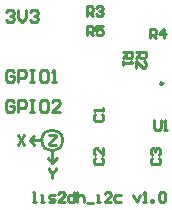
<source format=gto>
G04 Layer_Color=15132400*
%FSLAX25Y25*%
%MOIN*%
G70*
G01*
G75*
%ADD20C,0.01000*%
%ADD21C,0.00984*%
D20*
X144000Y443000D02*
G03*
X144000Y443000I-3500J0D01*
G01*
X133000D02*
X134500Y441500D01*
X133000Y443000D02*
X134500Y444500D01*
X139000Y437000D02*
X140500Y435500D01*
X142000Y437000D01*
X140500Y435500D02*
Y439500D01*
X133000Y443000D02*
X137000D01*
X154834Y451633D02*
X154301Y451099D01*
Y450033D01*
X154834Y449500D01*
X156967D01*
X157500Y450033D01*
Y451099D01*
X156967Y451633D01*
X157500Y452699D02*
Y453765D01*
Y453232D01*
X154301D01*
X154834Y452699D01*
Y437133D02*
X154301Y436599D01*
Y435533D01*
X154834Y435000D01*
X156967D01*
X157500Y435533D01*
Y436599D01*
X156967Y437133D01*
X157500Y440332D02*
Y438199D01*
X155367Y440332D01*
X154834D01*
X154301Y439798D01*
Y438732D01*
X154834Y438199D01*
X173834Y437133D02*
X173301Y436599D01*
Y435533D01*
X173834Y435000D01*
X175967D01*
X176500Y435533D01*
Y436599D01*
X175967Y437133D01*
X173834Y438199D02*
X173301Y438732D01*
Y439798D01*
X173834Y440332D01*
X174367D01*
X174900Y439798D01*
Y439265D01*
Y439798D01*
X175434Y440332D01*
X175967D01*
X176500Y439798D01*
Y438732D01*
X175967Y438199D01*
X164000Y472500D02*
X167199D01*
Y470900D01*
X166666Y470367D01*
X165600D01*
X165066Y470900D01*
Y472500D01*
Y471434D02*
X164000Y470367D01*
Y469301D02*
Y468235D01*
Y468768D01*
X167199D01*
X166666Y469301D01*
X168500Y472500D02*
X171699D01*
Y470900D01*
X171166Y470367D01*
X170099D01*
X169566Y470900D01*
Y472500D01*
Y471434D02*
X168500Y470367D01*
Y467168D02*
Y469301D01*
X170633Y467168D01*
X171166D01*
X171699Y467702D01*
Y468768D01*
X171166Y469301D01*
X152000Y484500D02*
Y487699D01*
X153600D01*
X154133Y487166D01*
Y486099D01*
X153600Y485566D01*
X152000D01*
X153066D02*
X154133Y484500D01*
X155199Y487166D02*
X155732Y487699D01*
X156799D01*
X157332Y487166D01*
Y486633D01*
X156799Y486099D01*
X156265D01*
X156799D01*
X157332Y485566D01*
Y485033D01*
X156799Y484500D01*
X155732D01*
X155199Y485033D01*
X173000Y477000D02*
Y480199D01*
X174600D01*
X175133Y479666D01*
Y478600D01*
X174600Y478066D01*
X173000D01*
X174066D02*
X175133Y477000D01*
X177798D02*
Y480199D01*
X176199Y478600D01*
X178332D01*
X152000Y478000D02*
Y481199D01*
X153600D01*
X154133Y480666D01*
Y479600D01*
X153600Y479066D01*
X152000D01*
X153066D02*
X154133Y478000D01*
X157332Y481199D02*
X155199D01*
Y479600D01*
X156265Y480133D01*
X156799D01*
X157332Y479600D01*
Y478533D01*
X156799Y478000D01*
X155732D01*
X155199Y478533D01*
X174500Y449699D02*
Y447033D01*
X175033Y446500D01*
X176100D01*
X176633Y447033D01*
Y449699D01*
X177699Y446500D02*
X178765D01*
X178232D01*
Y449699D01*
X177699Y449166D01*
X129000Y444699D02*
X131133Y441500D01*
Y444699D02*
X129000Y441500D01*
X139500Y433699D02*
Y433166D01*
X140566Y432099D01*
X141633Y433166D01*
Y433699D01*
X140566Y432099D02*
Y430500D01*
X139500Y444699D02*
X141633D01*
Y444166D01*
X139500Y442033D01*
Y441500D01*
X141633D01*
X125000Y485832D02*
X125666Y486499D01*
X126999D01*
X127666Y485832D01*
Y485166D01*
X126999Y484499D01*
X126333D01*
X126999D01*
X127666Y483833D01*
Y483166D01*
X126999Y482500D01*
X125666D01*
X125000Y483166D01*
X128999Y486499D02*
Y483833D01*
X130332Y482500D01*
X131665Y483833D01*
Y486499D01*
X132997Y485832D02*
X133664Y486499D01*
X134997D01*
X135663Y485832D01*
Y485166D01*
X134997Y484499D01*
X134330D01*
X134997D01*
X135663Y483833D01*
Y483166D01*
X134997Y482500D01*
X133664D01*
X132997Y483166D01*
X127666Y465832D02*
X126999Y466499D01*
X125666D01*
X125000Y465832D01*
Y463166D01*
X125666Y462500D01*
X126999D01*
X127666Y463166D01*
Y464499D01*
X126333D01*
X128999Y462500D02*
Y466499D01*
X130998D01*
X131665Y465832D01*
Y464499D01*
X130998Y463833D01*
X128999D01*
X132997Y466499D02*
X134330D01*
X133664D01*
Y462500D01*
X132997D01*
X134330D01*
X138329Y466499D02*
X136996D01*
X136330Y465832D01*
Y463166D01*
X136996Y462500D01*
X138329D01*
X138996Y463166D01*
Y465832D01*
X138329Y466499D01*
X140328Y462500D02*
X141661D01*
X140995D01*
Y466499D01*
X140328Y465832D01*
X127666Y455832D02*
X126999Y456499D01*
X125666D01*
X125000Y455832D01*
Y453166D01*
X125666Y452500D01*
X126999D01*
X127666Y453166D01*
Y454499D01*
X126333D01*
X128999Y452500D02*
Y456499D01*
X130998D01*
X131665Y455832D01*
Y454499D01*
X130998Y453833D01*
X128999D01*
X132997Y456499D02*
X134330D01*
X133664D01*
Y452500D01*
X132997D01*
X134330D01*
X138329Y456499D02*
X136996D01*
X136330Y455832D01*
Y453166D01*
X136996Y452500D01*
X138329D01*
X138996Y453166D01*
Y455832D01*
X138329Y456499D01*
X142994Y452500D02*
X140328D01*
X142994Y455166D01*
Y455832D01*
X142328Y456499D01*
X140995D01*
X140328Y455832D01*
X134000Y422500D02*
X135066D01*
X134533D01*
Y425699D01*
X134000D01*
X136666Y422500D02*
X137732D01*
X137199D01*
Y424633D01*
X136666D01*
X139332Y422500D02*
X140931D01*
X141464Y423033D01*
X140931Y423566D01*
X139865D01*
X139332Y424099D01*
X139865Y424633D01*
X141464D01*
X144663Y422500D02*
X142531D01*
X144663Y424633D01*
Y425166D01*
X144130Y425699D01*
X143064D01*
X142531Y425166D01*
X147862Y425699D02*
Y422500D01*
X146263D01*
X145729Y423033D01*
Y424099D01*
X146263Y424633D01*
X147862D01*
X148928Y425699D02*
Y422500D01*
Y424099D01*
X149462Y424633D01*
X150528D01*
X151061Y424099D01*
Y422500D01*
X152128Y421967D02*
X154260D01*
X155326Y422500D02*
X156393D01*
X155860D01*
Y424633D01*
X155326D01*
X160125Y422500D02*
X157992D01*
X160125Y424633D01*
Y425166D01*
X159592Y425699D01*
X158525D01*
X157992Y425166D01*
X163324Y424633D02*
X161724D01*
X161191Y424099D01*
Y423033D01*
X161724Y422500D01*
X163324D01*
X167589Y424633D02*
X168656Y422500D01*
X169722Y424633D01*
X170788Y422500D02*
X171854D01*
X171321D01*
Y425699D01*
X170788Y425166D01*
X173454Y422500D02*
Y423033D01*
X173987D01*
Y422500D01*
X173454D01*
X176120Y425166D02*
X176653Y425699D01*
X177719D01*
X178252Y425166D01*
Y423033D01*
X177719Y422500D01*
X176653D01*
X176120Y423033D01*
Y425166D01*
D21*
X177496Y462004D02*
G03*
X177496Y462004I-492J0D01*
G01*
M02*

</source>
